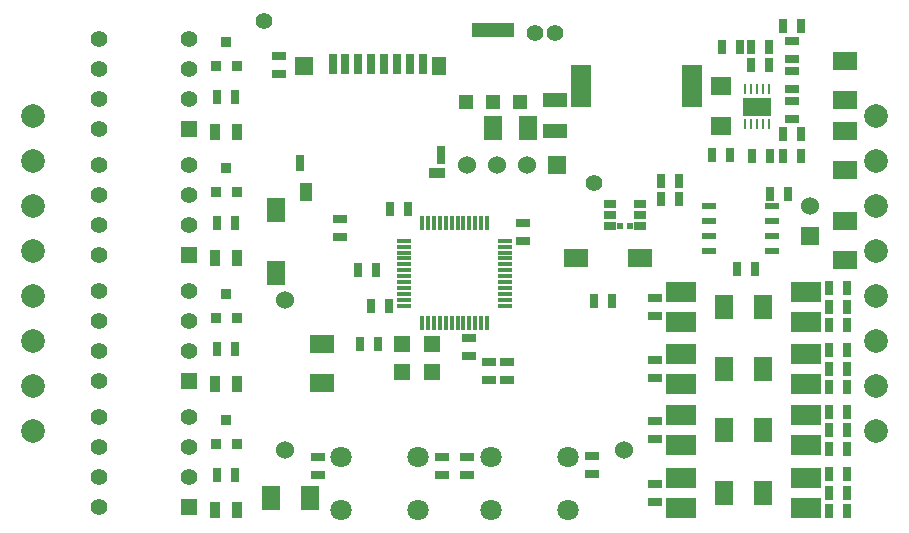
<source format=gts>
G04 (created by PCBNEW (2013-mar-13)-stable) date Tue 21 Jul 2015 10:15:33 AM CEST*
%MOIN*%
G04 Gerber Fmt 3.4, Leading zero omitted, Abs format*
%FSLAX34Y34*%
G01*
G70*
G90*
G04 APERTURE LIST*
%ADD10C,0.005906*%
%ADD11C,0.078740*%
%ADD12R,0.055000X0.055000*%
%ADD13C,0.055000*%
%ADD14R,0.036000X0.036000*%
%ADD15R,0.035000X0.055000*%
%ADD16R,0.025000X0.045000*%
%ADD17R,0.070100X0.140200*%
%ADD18R,0.070866X0.059843*%
%ADD19R,0.080000X0.060000*%
%ADD20R,0.078700X0.047200*%
%ADD21R,0.045000X0.025000*%
%ADD22R,0.094488X0.064961*%
%ADD23R,0.011024X0.033465*%
%ADD24R,0.098400X0.070900*%
%ADD25R,0.060000X0.080000*%
%ADD26R,0.011800X0.047200*%
%ADD27R,0.047200X0.011800*%
%ADD28R,0.055100X0.055118*%
%ADD29R,0.047200X0.047200*%
%ADD30R,0.141700X0.047200*%
%ADD31R,0.062992X0.078700*%
%ADD32R,0.078740X0.059055*%
%ADD33R,0.059055X0.078740*%
%ADD34C,0.070900*%
%ADD35C,0.060000*%
%ADD36C,0.055100*%
%ADD37R,0.027559X0.068898*%
%ADD38R,0.059055X0.059055*%
%ADD39R,0.051181X0.059055*%
%ADD40R,0.031496X0.059055*%
%ADD41R,0.031496X0.055118*%
%ADD42R,0.058071X0.035433*%
%ADD43R,0.039370X0.061024*%
%ADD44R,0.060000X0.060000*%
%ADD45R,0.045000X0.020000*%
%ADD46R,0.039400X0.027600*%
%ADD47R,0.019700X0.023600*%
G04 APERTURE END LIST*
G54D10*
G54D11*
X69153Y-44625D03*
X69153Y-43120D03*
X69153Y-41620D03*
X69153Y-40120D03*
X69153Y-38620D03*
X69153Y-37120D03*
X69153Y-35620D03*
X69153Y-34114D03*
X41082Y-34114D03*
X41082Y-35620D03*
X41082Y-37120D03*
X41082Y-38620D03*
X41082Y-40120D03*
X41082Y-41620D03*
X41082Y-43120D03*
X41082Y-44625D03*
G54D12*
X46250Y-34550D03*
G54D13*
X46250Y-33550D03*
X46250Y-32550D03*
X46250Y-31550D03*
X43250Y-31550D03*
X43250Y-32550D03*
X43250Y-33550D03*
X43250Y-34550D03*
G54D12*
X46250Y-38750D03*
G54D13*
X46250Y-37750D03*
X46250Y-36750D03*
X46250Y-35750D03*
X43250Y-35750D03*
X43250Y-36750D03*
X43250Y-37750D03*
X43250Y-38750D03*
G54D12*
X46250Y-42950D03*
G54D13*
X46250Y-41950D03*
X46250Y-40950D03*
X46250Y-39950D03*
X43250Y-39950D03*
X43250Y-40950D03*
X43250Y-41950D03*
X43250Y-42950D03*
G54D12*
X46250Y-47150D03*
G54D13*
X46250Y-46150D03*
X46250Y-45150D03*
X46250Y-44150D03*
X43250Y-44150D03*
X43250Y-45150D03*
X43250Y-46150D03*
X43250Y-47150D03*
G54D14*
X47850Y-32450D03*
X47150Y-32450D03*
X47500Y-31650D03*
X47850Y-36650D03*
X47150Y-36650D03*
X47500Y-35850D03*
X47850Y-40850D03*
X47150Y-40850D03*
X47500Y-40050D03*
X47850Y-45050D03*
X47150Y-45050D03*
X47500Y-44250D03*
G54D15*
X47875Y-34650D03*
X47125Y-34650D03*
G54D16*
X47800Y-33500D03*
X47200Y-33500D03*
G54D15*
X47875Y-38850D03*
X47125Y-38850D03*
G54D16*
X47800Y-37700D03*
X47200Y-37700D03*
G54D15*
X47875Y-43050D03*
X47125Y-43050D03*
G54D16*
X47800Y-41900D03*
X47200Y-41900D03*
G54D15*
X47875Y-47250D03*
X47125Y-47250D03*
G54D16*
X47800Y-46100D03*
X47200Y-46100D03*
G54D17*
X63044Y-33138D03*
X59344Y-33138D03*
G54D18*
X64015Y-33138D03*
X64015Y-34477D03*
G54D19*
X68140Y-33590D03*
X68140Y-32290D03*
G54D20*
X58475Y-33603D03*
X58475Y-34627D03*
G54D16*
X65610Y-31823D03*
X65010Y-31823D03*
X65610Y-32423D03*
X65010Y-32423D03*
X65020Y-35463D03*
X65620Y-35463D03*
X66060Y-35463D03*
X66660Y-35463D03*
G54D21*
X66360Y-34223D03*
X66360Y-33623D03*
G54D16*
X64310Y-35423D03*
X63710Y-35423D03*
X66055Y-31115D03*
X66655Y-31115D03*
G54D22*
X65210Y-33813D03*
G54D23*
X64816Y-34393D03*
X65013Y-34393D03*
X65210Y-34393D03*
X65406Y-34393D03*
X65603Y-34393D03*
X65603Y-33232D03*
X65406Y-33232D03*
X65210Y-33232D03*
X65013Y-33232D03*
X64816Y-33232D03*
G54D21*
X66360Y-31623D03*
X66360Y-32223D03*
G54D16*
X66060Y-34723D03*
X66660Y-34723D03*
G54D21*
X66360Y-32623D03*
X66360Y-33223D03*
G54D16*
X64620Y-31823D03*
X64020Y-31823D03*
G54D19*
X68140Y-34640D03*
X68140Y-35940D03*
G54D16*
X67600Y-46690D03*
X68200Y-46690D03*
X68200Y-39860D03*
X67600Y-39860D03*
X68200Y-41930D03*
X67600Y-41930D03*
X68200Y-43990D03*
X67600Y-43990D03*
X68200Y-46070D03*
X67600Y-46070D03*
G54D24*
X66817Y-43050D03*
X66817Y-42050D03*
X62683Y-43050D03*
X62683Y-42050D03*
X66817Y-45110D03*
X66817Y-44110D03*
X62683Y-45110D03*
X62683Y-44110D03*
X66817Y-47190D03*
X66817Y-46190D03*
X62683Y-47190D03*
X62683Y-46190D03*
G54D16*
X67600Y-42550D03*
X68200Y-42550D03*
X67600Y-44610D03*
X68200Y-44610D03*
G54D24*
X66817Y-40980D03*
X66817Y-39980D03*
X62683Y-40980D03*
X62683Y-39980D03*
G54D16*
X67600Y-40480D03*
X68200Y-40480D03*
X67600Y-41100D03*
X68200Y-41100D03*
X67600Y-43170D03*
X68200Y-43170D03*
X67600Y-45230D03*
X68200Y-45230D03*
X67600Y-47310D03*
X68200Y-47310D03*
G54D21*
X61805Y-40180D03*
X61805Y-40780D03*
X61805Y-42250D03*
X61805Y-42850D03*
X61805Y-44310D03*
X61805Y-44910D03*
X61805Y-46390D03*
X61805Y-46990D03*
G54D25*
X65400Y-40480D03*
X64100Y-40480D03*
X65400Y-42550D03*
X64100Y-42550D03*
X65400Y-44610D03*
X64100Y-44610D03*
X65400Y-46690D03*
X64100Y-46690D03*
G54D26*
X54037Y-41043D03*
X54234Y-41043D03*
X54431Y-41043D03*
X54628Y-41043D03*
X54825Y-41043D03*
X55022Y-41043D03*
X55218Y-41043D03*
X55415Y-41043D03*
X55612Y-41043D03*
X55809Y-41043D03*
X56006Y-41043D03*
X56203Y-41043D03*
G54D27*
X56793Y-40453D03*
X56793Y-40256D03*
X56793Y-40059D03*
X56793Y-39862D03*
X56793Y-39665D03*
X56793Y-39468D03*
X56793Y-39272D03*
X56793Y-39075D03*
X56793Y-38878D03*
X56793Y-38681D03*
X56793Y-38484D03*
X56793Y-38287D03*
G54D26*
X56203Y-37697D03*
X56006Y-37697D03*
X55809Y-37697D03*
X55612Y-37697D03*
X55415Y-37697D03*
X55218Y-37697D03*
X55022Y-37697D03*
X54825Y-37697D03*
X54628Y-37697D03*
X54431Y-37697D03*
X54234Y-37697D03*
X54037Y-37697D03*
G54D27*
X53447Y-38287D03*
X53447Y-38484D03*
X53447Y-38681D03*
X53447Y-38878D03*
X53447Y-39075D03*
X53447Y-39272D03*
X53447Y-39468D03*
X53447Y-39665D03*
X53447Y-39862D03*
X53447Y-40059D03*
X53447Y-40256D03*
X53447Y-40453D03*
G54D28*
X53370Y-42672D03*
X54370Y-42672D03*
X54370Y-41727D03*
X53370Y-41727D03*
G54D29*
X56410Y-33671D03*
X55504Y-33671D03*
X57316Y-33671D03*
G54D30*
X56410Y-31269D03*
G54D31*
X56399Y-34515D03*
X57580Y-34515D03*
G54D21*
X56280Y-42330D03*
X56280Y-42930D03*
X56880Y-42330D03*
X56880Y-42930D03*
G54D16*
X51910Y-39270D03*
X52510Y-39270D03*
G54D32*
X61297Y-38870D03*
X59172Y-38870D03*
G54D33*
X49150Y-37247D03*
X49150Y-39372D03*
G54D21*
X55615Y-41540D03*
X55615Y-42140D03*
X57395Y-38285D03*
X57395Y-37685D03*
X54710Y-46080D03*
X54710Y-45480D03*
X55530Y-46080D03*
X55530Y-45480D03*
G54D34*
X53889Y-47251D03*
X51329Y-47251D03*
X53889Y-45479D03*
X51329Y-45479D03*
X58907Y-47251D03*
X56347Y-47251D03*
X58907Y-45479D03*
X56347Y-45479D03*
G54D35*
X49460Y-45266D03*
X60779Y-45266D03*
X49460Y-40266D03*
G54D16*
X53550Y-37235D03*
X52950Y-37235D03*
X52945Y-40455D03*
X52345Y-40455D03*
G54D25*
X49000Y-46855D03*
X50300Y-46855D03*
G54D19*
X50710Y-43025D03*
X50710Y-41725D03*
G54D16*
X52565Y-41725D03*
X51965Y-41725D03*
G54D36*
X59750Y-36350D03*
G54D37*
X51050Y-32403D03*
X51483Y-32403D03*
X51916Y-32403D03*
X52349Y-32403D03*
X52782Y-32403D03*
X53215Y-32403D03*
X53648Y-32403D03*
X54081Y-32403D03*
G54D38*
X50085Y-32452D03*
G54D39*
X54593Y-32452D03*
G54D40*
X54662Y-35445D03*
G54D41*
X49957Y-35700D03*
G54D42*
X54529Y-36035D03*
G54D43*
X50154Y-36655D03*
G54D21*
X51310Y-38170D03*
X51310Y-37570D03*
X49260Y-32115D03*
X49260Y-32715D03*
G54D44*
X58520Y-35765D03*
G54D35*
X57520Y-35765D03*
X56520Y-35765D03*
X55520Y-35765D03*
G54D44*
X66950Y-38120D03*
G54D35*
X66950Y-37120D03*
G54D16*
X62000Y-36300D03*
X62600Y-36300D03*
X62000Y-36890D03*
X62600Y-36890D03*
G54D19*
X68140Y-38925D03*
X68140Y-37625D03*
G54D45*
X65685Y-37120D03*
X63585Y-37120D03*
X65685Y-37620D03*
X65685Y-38120D03*
X65685Y-38620D03*
X63585Y-37620D03*
X63585Y-38120D03*
X63585Y-38620D03*
G54D46*
X61305Y-37055D03*
X61305Y-37430D03*
X61305Y-37805D03*
X60305Y-37805D03*
X60305Y-37430D03*
X60305Y-37055D03*
G54D47*
X60962Y-37805D03*
X60648Y-37805D03*
G54D16*
X65130Y-39245D03*
X64530Y-39245D03*
X60355Y-40295D03*
X59755Y-40295D03*
X65635Y-36730D03*
X66235Y-36730D03*
G54D36*
X58475Y-31350D03*
X57800Y-31350D03*
X48750Y-30955D03*
G54D21*
X50550Y-45480D03*
X50550Y-46080D03*
X59710Y-45475D03*
X59710Y-46075D03*
M02*

</source>
